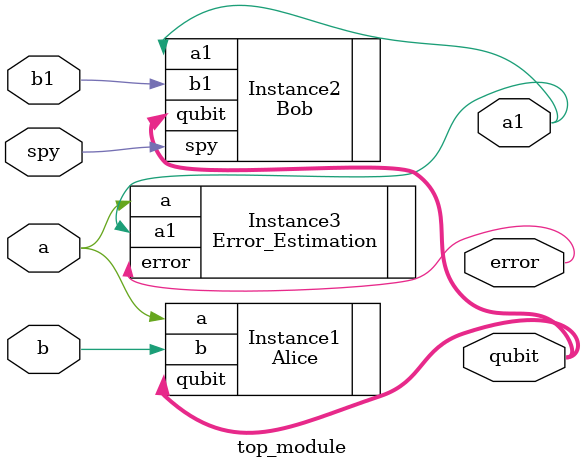
<source format=v>
module top_module(input a,
                  input b,
                  input b1,
                  input spy,
                  output reg a1,
                  output error,
                  output [1:0]qubit);
  
  Alice            Instance1(.a(a),
                             .b(b),
                             .qubit(qubit));
  Bob              Instance2(.b1(b1),
                             .spy(spy),
                             .a1(a1),
                             .qubit(qubit));
  Error_Estimation Instance3(.a(a),
                             .a1(a1),
                             .error(error));
  
endmodule
</source>
